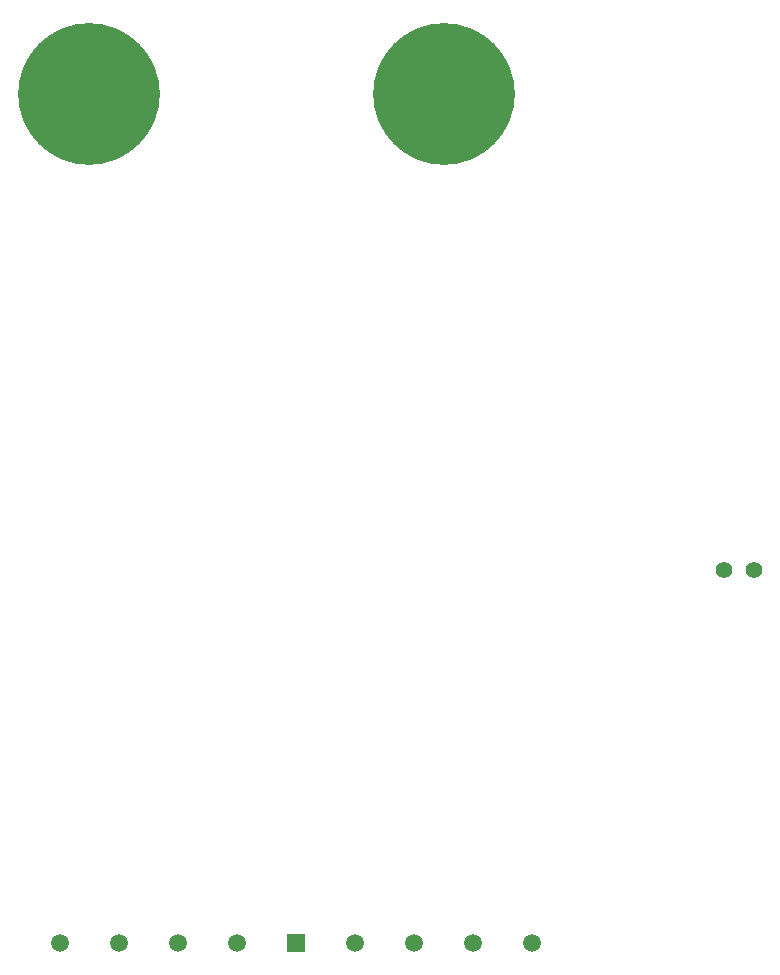
<source format=gbs>
G04 (created by PCBNEW (2013-07-07 BZR 4022)-stable) date 8/13/2015 10:27:12 AM*
%MOIN*%
G04 Gerber Fmt 3.4, Leading zero omitted, Abs format*
%FSLAX34Y34*%
G01*
G70*
G90*
G04 APERTURE LIST*
%ADD10C,0.00590551*%
%ADD11C,0.472441*%
%ADD12C,0.055*%
%ADD13R,0.0590551X0.0590551*%
%ADD14C,0.0590551*%
G04 APERTURE END LIST*
G54D10*
G54D11*
X72830Y-58667D03*
X84650Y-58667D03*
G54D12*
X94968Y-74533D03*
X93968Y-74533D03*
G54D13*
X79718Y-86964D03*
G54D14*
X77750Y-86964D03*
X75781Y-86964D03*
X73812Y-86964D03*
X71844Y-86964D03*
X81687Y-86964D03*
X83655Y-86964D03*
X85624Y-86964D03*
X87592Y-86964D03*
M02*

</source>
